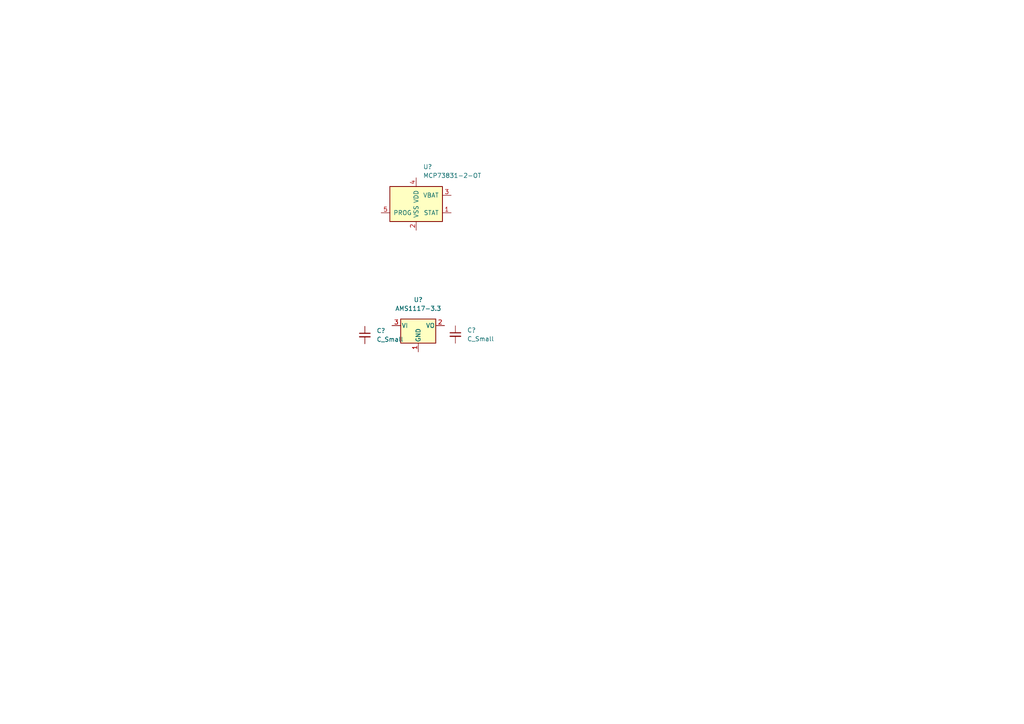
<source format=kicad_sch>
(kicad_sch (version 20211123) (generator eeschema)
  (paper "A4")
  (lib_symbols
    (symbol "Battery_Management:MCP73831-2-OT" (pin_names (offset 1.016))
      (property "Reference" "U" (at -7.62 6.35 0))
      (property "Value" "MCP73831-2-OT" (at 1.27 6.35 0))
      (symbol "MCP73831-2-OT_0_1"
        (rectangle (start -7.62 5.08) (end 7.62 -5.08) (stroke (width 0.254)) (fill (type background)))
      )
      (symbol "MCP73831-2-OT_1_1"
        (pin output line (at 10.16 -2.54 180) (length 2.54) (name "STAT") (number "1"))
        (pin power_in line (at 0 -7.62 90) (length 2.54) (name "VSS") (number "2"))
        (pin power_out line (at 10.16 2.54 180) (length 2.54) (name "VBAT") (number "3"))
        (pin power_in line (at 0 7.62 270) (length 2.54) (name "VDD") (number "4"))
        (pin input line (at -10.16 -2.54 0) (length 2.54) (name "PROG") (number "5"))
      )
    )
    (symbol "Device:C_Small" (pin_numbers hide) (pin_names (offset 0.254) hide)
      (property "Reference" "C" (at 0.254 1.778 0))
      (property "Value" "C_Small" (at 0.254 -2.032 0))
      (symbol "C_Small_0_1"
        (polyline (pts (xy -1.524 -0.508) (xy 1.524 -0.508)) (stroke (width 0.3302)))
        (polyline (pts (xy -1.524 0.508) (xy 1.524 0.508)) (stroke (width 0.3048)))
      )
      (symbol "C_Small_1_1"
        (pin passive line (at 0 2.54 270) (length 2.032) (name "~") (number "1"))
        (pin passive line (at 0 -2.54 90) (length 2.032) (name "~") (number "2"))
      )
    )
    (symbol "Regulator_Linear:AMS1117-3.3" (pin_names (offset 0.254))
      (property "Reference" "U" (at -3.81 3.175 0))
      (property "Value" "AMS1117-3.3" (at 0 3.175 0))
      (symbol "AMS1117-3.3_0_1"
        (rectangle (start -5.08 -5.08) (end 5.08 1.905) (stroke (width 0.254)) (fill (type background)))
      )
      (symbol "AMS1117-3.3_1_1"
        (pin power_in line (at 0 -7.62 90) (length 2.54) (name "GND") (number "1"))
        (pin power_out line (at 7.62 0 180) (length 2.54) (name "VO") (number "2"))
        (pin power_in line (at -7.62 0 0) (length 2.54) (name "VI") (number "3"))
      )
    )
  )
  (symbol (lib_id "Battery_Management:MCP73831-2-OT") (at 120.7008 59.182 0) (unit 1)
    (property "Reference" "U?" (at 122.7202 48.387 0) (effects (justify left)))
    (property "Value" "MCP73831-2-OT" (at 122.7202 50.927 0) (effects (justify left)))
    (property "Footprint" "Package_TO_SOT_SMD:SOT-23-5" (effects hide))
    (property "Datasheet" "http://ww1.microchip.com/downloads/en/DeviceDoc/20001984g.pdf" (effects hide))
  )
  (symbol (lib_id "Device:C_Small") (at 132.08 97.028 0) (unit 1)
    (property "Reference" "C?" (at 135.4836 95.7642 0) (effects (justify left)))
    (property "Value" "C_Small" (at 135.4836 98.3042 0) (effects (justify left)))
  )
  (symbol (lib_id "Device:C_Small") (at 105.8164 97.1804 0) (unit 1)
    (property "Reference" "C?" (at 109.22 95.9166 0) (effects (justify left)))
    (property "Value" "C_Small" (at 109.22 98.4566 0) (effects (justify left)))
  )
  (symbol (lib_id "Regulator_Linear:AMS1117-3.3") (at 121.3104 94.4372 0) (unit 1)
    (property "Reference" "U?" (at 121.3104 86.9442 0))
    (property "Value" "AMS1117-3.3" (at 121.3104 89.4842 0))
    (property "Footprint" "Package_TO_SOT_SMD:SOT-223-3_TabPin2" (effects hide))
    (property "Datasheet" "http://www.advanced-monolithic.com/pdf/ds1117.pdf" (effects hide))
  )
)
</source>
